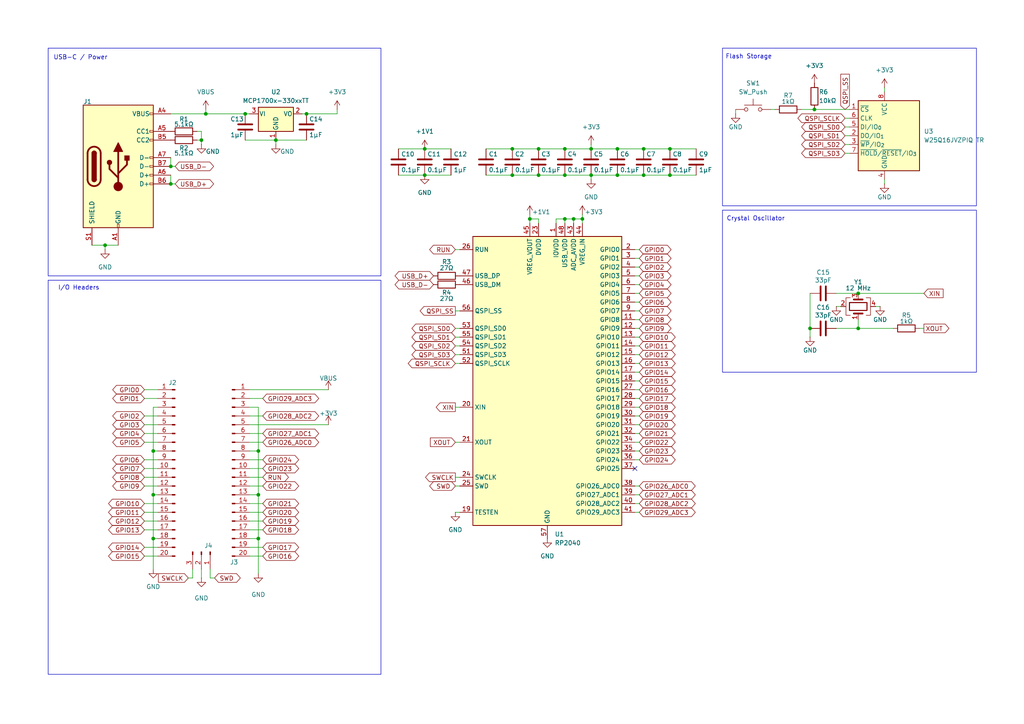
<source format=kicad_sch>
(kicad_sch (version 20250114) (generator "eeschema") (generator_version "9.0")
  (paper "A4")
  (lib_symbols
    (symbol "Connector:Conn_01x03_Pin" (pin_names (offset 1.016) (hide yes))
      (property "Reference" "J" (at 0 5.08 0))
      (property "Value" "Conn_01x03_Pin" (at 0 -5.08 0))
      (symbol "Conn_01x03_Pin_1_1"
        (pin passive line (at 5.08 2.54 180) (length 3.81) (name "Pin_1") (number "1"))
        (pin passive line (at 5.08 0 180) (length 3.81) (name "Pin_2") (number "2"))
        (pin passive line (at 5.08 -2.54 180) (length 3.81) (name "Pin_3") (number "3"))
      )
    )
    (symbol "Connector:Conn_01x20_Pin" (pin_names (offset 1.016) (hide yes))
      (property "Reference" "J" (at 0 25.4 0))
      (property "Value" "Conn_01x20_Pin" (at 0 -27.94 0))
      (symbol "Conn_01x20_Pin_1_1"
        (pin passive line (at 5.08 22.86 180) (length 3.81) (name "Pin_1") (number "1"))
        (pin passive line (at 5.08 20.32 180) (length 3.81) (name "Pin_2") (number "2"))
        (pin passive line (at 5.08 17.78 180) (length 3.81) (name "Pin_3") (number "3"))
        (pin passive line (at 5.08 15.24 180) (length 3.81) (name "Pin_4") (number "4"))
        (pin passive line (at 5.08 12.7 180) (length 3.81) (name "Pin_5") (number "5"))
        (pin passive line (at 5.08 10.16 180) (length 3.81) (name "Pin_6") (number "6"))
        (pin passive line (at 5.08 7.62 180) (length 3.81) (name "Pin_7") (number "7"))
        (pin passive line (at 5.08 5.08 180) (length 3.81) (name "Pin_8") (number "8"))
        (pin passive line (at 5.08 2.54 180) (length 3.81) (name "Pin_9") (number "9"))
        (pin passive line (at 5.08 0 180) (length 3.81) (name "Pin_10") (number "10"))
        (pin passive line (at 5.08 -2.54 180) (length 3.81) (name "Pin_11") (number "11"))
        (pin passive line (at 5.08 -5.08 180) (length 3.81) (name "Pin_12") (number "12"))
        (pin passive line (at 5.08 -7.62 180) (length 3.81) (name "Pin_13") (number "13"))
        (pin passive line (at 5.08 -10.16 180) (length 3.81) (name "Pin_14") (number "14"))
        (pin passive line (at 5.08 -12.7 180) (length 3.81) (name "Pin_15") (number "15"))
        (pin passive line (at 5.08 -15.24 180) (length 3.81) (name "Pin_16") (number "16"))
        (pin passive line (at 5.08 -17.78 180) (length 3.81) (name "Pin_17") (number "17"))
        (pin passive line (at 5.08 -20.32 180) (length 3.81) (name "Pin_18") (number "18"))
        (pin passive line (at 5.08 -22.86 180) (length 3.81) (name "Pin_19") (number "19"))
        (pin passive line (at 5.08 -25.4 180) (length 3.81) (name "Pin_20") (number "20"))
      )
    )
    (symbol "Connector:USB_C_Receptacle_USB2.0_14P" (pin_names (offset 1.016))
      (property "Reference" "J" (at 0 22.225 0))
      (property "Value" "USB_C_Receptacle_USB2.0_14P" (at 0 19.685 0))
      (symbol "USB_C_Receptacle_USB2.0_14P_1_1"
        (pin passive line (at -7.62 -22.86 90) (length 5.08) (name "SHIELD") (number "S1"))
        (pin passive line (at 0 -22.86 90) (length 5.08) (name "GND") (number "A1"))
        (pin passive line (at 0 -22.86 90) (length 5.08) (hide yes) (name "GND") (number "A12"))
        (pin passive line (at 0 -22.86 90) (length 5.08) (hide yes) (name "GND") (number "B1"))
        (pin passive line (at 0 -22.86 90) (length 5.08) (hide yes) (name "GND") (number "B12"))
        (pin passive line (at 15.24 15.24 180) (length 5.08) (name "VBUS") (number "A4"))
        (pin passive line (at 15.24 15.24 180) (length 5.08) (hide yes) (name "VBUS") (number "A9"))
        (pin passive line (at 15.24 15.24 180) (length 5.08) (hide yes) (name "VBUS") (number "B4"))
        (pin passive line (at 15.24 15.24 180) (length 5.08) (hide yes) (name "VBUS") (number "B9"))
        (pin bidirectional line (at 15.24 10.16 180) (length 5.08) (name "CC1") (number "A5"))
        (pin bidirectional line (at 15.24 7.62 180) (length 5.08) (name "CC2") (number "B5"))
        (pin bidirectional line (at 15.24 2.54 180) (length 5.08) (name "D-") (number "A7"))
        (pin bidirectional line (at 15.24 0 180) (length 5.08) (name "D-") (number "B7"))
        (pin bidirectional line (at 15.24 -2.54 180) (length 5.08) (name "D+") (number "A6"))
        (pin bidirectional line (at 15.24 -5.08 180) (length 5.08) (name "D+") (number "B6"))
      )
    )
    (symbol "Device:C" (pin_numbers (hide yes)) (pin_names (offset 0.254))
      (property "Reference" "C" (at 0.635 2.54 0))
      (property "Value" "C" (at 0.635 -2.54 0))
      (symbol "C_1_1"
        (pin passive line (at 0 3.81 270) (length 2.794) (name "~") (number "1"))
        (pin passive line (at 0 -3.81 90) (length 2.794) (name "~") (number "2"))
      )
    )
    (symbol "Device:Crystal_GND24" (pin_names (offset 1.016) (hide yes))
      (property "Reference" "Y" (at 3.175 5.08 0))
      (property "Value" "Crystal_GND24" (at 3.175 3.175 0))
      (symbol "Crystal_GND24_1_1"
        (pin passive line (at -3.81 0 0) (length 1.27) (name "1") (number "1"))
        (pin passive line (at 0 5.08 270) (length 1.27) (name "2") (number "2"))
        (pin passive line (at 0 -5.08 90) (length 1.27) (name "4") (number "4"))
        (pin passive line (at 3.81 0 180) (length 1.27) (name "3") (number "3"))
      )
    )
    (symbol "Device:R" (pin_numbers (hide yes)) (pin_names (offset 0))
      (property "Reference" "R" (at 2.032 0 90))
      (property "Value" "R" (at 0 0 90))
      (symbol "R_1_1"
        (pin passive line (at 0 3.81 270) (length 1.27) (name "~") (number "1"))
        (pin passive line (at 0 -3.81 90) (length 1.27) (name "~") (number "2"))
      )
    )
    (symbol "MCU_RaspberryPi:RP2040"
      (property "Reference" "U" (at 17.78 45.72 0))
      (property "Value" "RP2040" (at 17.78 43.18 0))
      (symbol "RP2040_1_1"
        (pin input line (at -25.4 38.1 0) (length 3.81) (name "RUN") (number "26"))
        (pin bidirectional line (at -25.4 30.48 0) (length 3.81) (name "USB_DP") (number "47"))
        (pin bidirectional line (at -25.4 27.94 0) (length 3.81) (name "USB_DM") (number "46"))
        (pin bidirectional line (at -25.4 20.32 0) (length 3.81) (name "QSPI_SS") (number "56"))
        (pin bidirectional line (at -25.4 15.24 0) (length 3.81) (name "QSPI_SD0") (number "53"))
        (pin bidirectional line (at -25.4 12.7 0) (length 3.81) (name "QSPI_SD1") (number "55"))
        (pin bidirectional line (at -25.4 10.16 0) (length 3.81) (name "QSPI_SD2") (number "54"))
        (pin bidirectional line (at -25.4 7.62 0) (length 3.81) (name "QSPI_SD3") (number "51"))
        (pin output line (at -25.4 5.08 0) (length 3.81) (name "QSPI_SCLK") (number "52"))
        (pin input line (at -25.4 -7.62 0) (length 3.81) (name "XIN") (number "20"))
        (pin passive line (at -25.4 -17.78 0) (length 3.81) (name "XOUT") (number "21"))
        (pin input line (at -25.4 -27.94 0) (length 3.81) (name "SWCLK") (number "24"))
        (pin bidirectional line (at -25.4 -30.48 0) (length 3.81) (name "SWD") (number "25"))
        (pin input line (at -25.4 -38.1 0) (length 3.81) (name "TESTEN") (number "19"))
        (pin power_out line (at -5.08 45.72 270) (length 3.81) (name "VREG_VOUT") (number "45"))
        (pin power_in line (at -2.54 45.72 270) (length 3.81) (name "DVDD") (number "23"))
        (pin passive line (at -2.54 45.72 270) (length 3.81) (hide yes) (name "DVDD") (number "50"))
        (pin power_in line (at 0 -45.72 90) (length 3.81) (name "GND") (number "57"))
        (pin power_in line (at 2.54 45.72 270) (length 3.81) (name "IOVDD") (number "1"))
        (pin passive line (at 2.54 45.72 270) (length 3.81) (hide yes) (name "IOVDD") (number "10"))
        (pin passive line (at 2.54 45.72 270) (length 3.81) (hide yes) (name "IOVDD") (number "22"))
        (pin passive line (at 2.54 45.72 270) (length 3.81) (hide yes) (name "IOVDD") (number "33"))
        (pin passive line (at 2.54 45.72 270) (length 3.81) (hide yes) (name "IOVDD") (number "42"))
        (pin passive line (at 2.54 45.72 270) (length 3.81) (hide yes) (name "IOVDD") (number "49"))
        (pin power_in line (at 5.08 45.72 270) (length 3.81) (name "USB_VDD") (number "48"))
        (pin power_in line (at 7.62 45.72 270) (length 3.81) (name "ADC_AVDD") (number "43"))
        (pin power_in line (at 10.16 45.72 270) (length 3.81) (name "VREG_IN") (number "44"))
        (pin bidirectional line (at 25.4 38.1 180) (length 3.81) (name "GPIO0") (number "2"))
        (pin bidirectional line (at 25.4 35.56 180) (length 3.81) (name "GPIO1") (number "3"))
        (pin bidirectional line (at 25.4 33.02 180) (length 3.81) (name "GPIO2") (number "4"))
        (pin bidirectional line (at 25.4 30.48 180) (length 3.81) (name "GPIO3") (number "5"))
        (pin bidirectional line (at 25.4 27.94 180) (length 3.81) (name "GPIO4") (number "6"))
        (pin bidirectional line (at 25.4 25.4 180) (length 3.81) (name "GPIO5") (number "7"))
        (pin bidirectional line (at 25.4 22.86 180) (length 3.81) (name "GPIO6") (number "8"))
        (pin bidirectional line (at 25.4 20.32 180) (length 3.81) (name "GPIO7") (number "9"))
        (pin bidirectional line (at 25.4 17.78 180) (length 3.81) (name "GPIO8") (number "11"))
        (pin bidirectional line (at 25.4 15.24 180) (length 3.81) (name "GPIO9") (number "12"))
        (pin bidirectional line (at 25.4 12.7 180) (length 3.81) (name "GPIO10") (number "13"))
        (pin bidirectional line (at 25.4 10.16 180) (length 3.81) (name "GPIO11") (number "14"))
        (pin bidirectional line (at 25.4 7.62 180) (length 3.81) (name "GPIO12") (number "15"))
        (pin bidirectional line (at 25.4 5.08 180) (length 3.81) (name "GPIO13") (number "16"))
        (pin bidirectional line (at 25.4 2.54 180) (length 3.81) (name "GPIO14") (number "17"))
        (pin bidirectional line (at 25.4 0 180) (length 3.81) (name "GPIO15") (number "18"))
        (pin bidirectional line (at 25.4 -2.54 180) (length 3.81) (name "GPIO16") (number "27"))
        (pin bidirectional line (at 25.4 -5.08 180) (length 3.81) (name "GPIO17") (number "28"))
        (pin bidirectional line (at 25.4 -7.62 180) (length 3.81) (name "GPIO18") (number "29"))
        (pin bidirectional line (at 25.4 -10.16 180) (length 3.81) (name "GPIO19") (number "30"))
        (pin bidirectional line (at 25.4 -12.7 180) (length 3.81) (name "GPIO20") (number "31"))
        (pin bidirectional line (at 25.4 -15.24 180) (length 3.81) (name "GPIO21") (number "32"))
        (pin bidirectional line (at 25.4 -17.78 180) (length 3.81) (name "GPIO22") (number "34"))
        (pin bidirectional line (at 25.4 -20.32 180) (length 3.81) (name "GPIO23") (number "35"))
        (pin bidirectional line (at 25.4 -22.86 180) (length 3.81) (name "GPIO24") (number "36"))
        (pin bidirectional line (at 25.4 -25.4 180) (length 3.81) (name "GPIO25") (number "37"))
        (pin bidirectional line (at 25.4 -30.48 180) (length 3.81) (name "GPIO26_ADC0") (number "38"))
        (pin bidirectional line (at 25.4 -33.02 180) (length 3.81) (name "GPIO27_ADC1") (number "39"))
        (pin bidirectional line (at 25.4 -35.56 180) (length 3.81) (name "GPIO28_ADC2") (number "40"))
        (pin bidirectional line (at 25.4 -38.1 180) (length 3.81) (name "GPIO29_ADC3") (number "41"))
      )
    )
    (symbol "Memory_Flash:W25Q128JVS"
      (property "Reference" "U" (at -6.35 11.43 0))
      (property "Value" "W25Q128JVS" (at 7.62 11.43 0))
      (symbol "W25Q128JVS_1_1"
        (pin input line (at -10.16 7.62 0) (length 2.54) (name "~{CS}") (number "1"))
        (pin input line (at -10.16 5.08 0) (length 2.54) (name "CLK") (number "6"))
        (pin bidirectional line (at -10.16 2.54 0) (length 2.54) (name "DI/IO_{0}") (number "5"))
        (pin bidirectional line (at -10.16 0 0) (length 2.54) (name "DO/IO_{1}") (number "2"))
        (pin bidirectional line (at -10.16 -2.54 0) (length 2.54) (name "~{WP}/IO_{2}") (number "3"))
        (pin bidirectional line (at -10.16 -5.08 0) (length 2.54) (name "~{HOLD}/~{RESET}/IO_{3}") (number "7"))
        (pin power_in line (at 0 12.7 270) (length 2.54) (name "VCC") (number "8"))
        (pin power_in line (at 0 -12.7 90) (length 2.54) (name "GND") (number "4"))
      )
    )
    (symbol "Regulator_Linear:MCP1700x-330xxTT" (pin_names (offset 0.254))
      (property "Reference" "U" (at -3.81 3.175 0))
      (property "Value" "MCP1700x-330xxTT" (at 0 3.175 0))
      (symbol "MCP1700x-330xxTT_1_1"
        (pin power_in line (at -7.62 0 0) (length 2.54) (name "VI") (number "3"))
        (pin power_in line (at 0 -7.62 90) (length 2.54) (name "GND") (number "1"))
        (pin power_out line (at 7.62 0 180) (length 2.54) (name "VO") (number "2"))
      )
    )
    (symbol "Switch:SW_Push" (pin_numbers (hide yes)) (pin_names (offset 1.016) (hide yes))
      (property "Reference" "SW" (at 1.27 2.54 0))
      (property "Value" "SW_Push" (at 0 -1.524 0))
      (symbol "SW_Push_0_1"
        (pin passive line (at -5.08 0 0) (length 2.54) (name "1") (number "1"))
        (pin passive line (at 5.08 0 180) (length 2.54) (name "2") (number "2"))
      )
    )
    (symbol "power:+1V1" (power) (pin_numbers (hide yes)) (pin_names (offset 0) (hide yes))
      (property "Value" "+1V1" (at 0 3.556 0))
      (symbol "+1V1_1_1"
        (pin power_in line (at 0 0 90) (length 0) (name "~") (number "1"))
      )
    )
    (symbol "power:+3V3" (power) (pin_numbers (hide yes)) (pin_names (offset 0) (hide yes))
      (property "Value" "+3V3" (at 0 3.556 0))
      (symbol "+3V3_1_1"
        (pin power_in line (at 0 0 90) (length 0) (name "~") (number "1"))
      )
    )
    (symbol "power:GND" (power) (pin_numbers (hide yes)) (pin_names (offset 0) (hide yes))
      (property "Value" "GND" (at 0 -3.81 0))
      (symbol "GND_1_1"
        (pin power_in line (at 0 0 270) (length 0) (name "~") (number "1"))
      )
    )
    (symbol "power:VBUS" (power) (pin_numbers (hide yes)) (pin_names (offset 0) (hide yes))
      (property "Value" "VBUS" (at 0 3.556 0))
      (symbol "VBUS_1_1"
        (pin power_in line (at 0 0 90) (length 0) (name "~") (number "1"))
      )
    )
  )
  (rectangle (start 13.97 13.97) (end 110.49 80.01))
  (rectangle (start 209.55 13.97) (end 283.21 59.69))
  (rectangle (start 13.97 81.28) (end 110.49 195.58))
  (rectangle (start 209.55 60.96) (end 283.21 107.95))
  (text "Flash Storage\n" (at 217.17 16.51 0) (effects (font (size 1.27 1.27))))
  (text "USB-C / Power\n" (at 23.368 16.764 0) (effects (font (size 1.27 1.27))))
  (text "Crystal Oscillator\n" (at 219.202 63.5 0) (effects (font (size 1.27 1.27))))
  (text "I/O Headers\n" (at 22.86 83.566 0) (effects (font (size 1.27 1.27))))
  (junction (at 74.93 156.21))
  (junction (at 163.83 63.5))
  (junction (at 171.45 43.18))
  (junction (at 248.92 95.25))
  (junction (at 44.45 130.81))
  (junction (at 179.07 43.18))
  (junction (at 234.95 95.25))
  (junction (at 123.19 50.8))
  (junction (at 153.67 63.5))
  (junction (at 88.9 33.02))
  (junction (at 163.83 43.18))
  (junction (at 248.92 85.09))
  (junction (at 186.69 43.18))
  (junction (at 30.48 71.12))
  (junction (at 168.91 63.5))
  (junction (at 156.21 50.8))
  (junction (at 148.59 43.18))
  (junction (at 179.07 50.8))
  (junction (at 74.93 130.81))
  (junction (at 171.45 50.8))
  (junction (at 71.12 33.02))
  (junction (at 59.69 33.02))
  (junction (at 44.45 156.21))
  (junction (at 74.93 143.51))
  (junction (at 236.22 31.75))
  (junction (at 44.45 143.51))
  (junction (at 194.31 43.18))
  (junction (at 49.53 53.34))
  (junction (at 148.59 50.8))
  (junction (at 123.19 43.18))
  (junction (at 186.69 50.8))
  (junction (at 49.53 48.26))
  (junction (at 166.37 63.5))
  (junction (at 194.31 50.8))
  (junction (at 163.83 50.8))
  (junction (at 58.42 40.64))
  (junction (at 156.21 43.18))
  (junction (at 80.01 40.64))
  (no_connect (at 184.15 135.89))
  (wire (pts (xy 76.2 158.75) (xy 72.39 158.75)))
  (wire (pts (xy 185.42 110.49) (xy 184.15 110.49)))
  (wire (pts (xy 49.53 45.72) (xy 49.53 48.26)))
  (wire (pts (xy 267.97 85.09) (xy 248.92 85.09)))
  (wire (pts (xy 161.29 63.5) (xy 161.29 64.77)))
  (wire (pts (xy 194.31 43.18) (xy 201.93 43.18)))
  (wire (pts (xy 71.12 40.64) (xy 80.01 40.64)))
  (wire (pts (xy 76.2 153.67) (xy 72.39 153.67)))
  (wire (pts (xy 153.67 63.5) (xy 153.67 64.77)))
  (wire (pts (xy 171.45 43.18) (xy 179.07 43.18)))
  (wire (pts (xy 185.42 118.11) (xy 184.15 118.11)))
  (wire (pts (xy 185.42 90.17) (xy 184.15 90.17)))
  (wire (pts (xy 185.42 140.97) (xy 184.15 140.97)))
  (wire (pts (xy 115.57 50.8) (xy 123.19 50.8)))
  (wire (pts (xy 123.19 43.18) (xy 130.81 43.18)))
  (wire (pts (xy 132.08 72.39) (xy 133.35 72.39)))
  (wire (pts (xy 80.01 41.91) (xy 80.01 40.64)))
  (wire (pts (xy 171.45 52.07) (xy 171.45 50.8)))
  (wire (pts (xy 74.93 143.51) (xy 74.93 156.21)))
  (wire (pts (xy 44.45 143.51) (xy 44.45 156.21)))
  (wire (pts (xy 132.08 148.59) (xy 133.35 148.59)))
  (wire (pts (xy 41.91 113.03) (xy 45.72 113.03)))
  (wire (pts (xy 153.67 62.23) (xy 153.67 63.5)))
  (wire (pts (xy 74.93 130.81) (xy 72.39 130.81)))
  (wire (pts (xy 185.42 77.47) (xy 184.15 77.47)))
  (wire (pts (xy 59.69 33.02) (xy 49.53 33.02)))
  (wire (pts (xy 185.42 82.55) (xy 184.15 82.55)))
  (wire (pts (xy 55.88 167.64) (xy 54.61 167.64)))
  (wire (pts (xy 185.42 130.81) (xy 184.15 130.81)))
  (wire (pts (xy 97.79 31.75) (xy 97.79 33.02)))
  (wire (pts (xy 30.48 71.12) (xy 34.29 71.12)))
  (wire (pts (xy 148.59 43.18) (xy 156.21 43.18)))
  (wire (pts (xy 185.42 105.41) (xy 184.15 105.41)))
  (wire (pts (xy 185.42 146.05) (xy 184.15 146.05)))
  (wire (pts (xy 185.42 113.03) (xy 184.15 113.03)))
  (wire (pts (xy 76.2 151.13) (xy 72.39 151.13)))
  (wire (pts (xy 41.91 135.89) (xy 45.72 135.89)))
  (wire (pts (xy 55.88 165.1) (xy 55.88 167.64)))
  (wire (pts (xy 234.95 95.25) (xy 234.95 97.79)))
  (wire (pts (xy 156.21 50.8) (xy 163.83 50.8)))
  (wire (pts (xy 76.2 128.27) (xy 72.39 128.27)))
  (wire (pts (xy 41.91 128.27) (xy 45.72 128.27)))
  (wire (pts (xy 163.83 50.8) (xy 171.45 50.8)))
  (wire (pts (xy 88.9 33.02) (xy 97.79 33.02)))
  (wire (pts (xy 76.2 161.29) (xy 72.39 161.29)))
  (wire (pts (xy 132.08 138.43) (xy 133.35 138.43)))
  (wire (pts (xy 185.42 102.87) (xy 184.15 102.87)))
  (wire (pts (xy 267.97 95.25) (xy 266.7 95.25)))
  (wire (pts (xy 185.42 95.25) (xy 184.15 95.25)))
  (wire (pts (xy 185.42 128.27) (xy 184.15 128.27)))
  (wire (pts (xy 245.11 34.29) (xy 246.38 34.29)))
  (wire (pts (xy 166.37 63.5) (xy 166.37 64.77)))
  (wire (pts (xy 168.91 62.23) (xy 168.91 63.5)))
  (wire (pts (xy 72.39 156.21) (xy 74.93 156.21)))
  (wire (pts (xy 245.11 36.83) (xy 246.38 36.83)))
  (wire (pts (xy 185.42 133.35) (xy 184.15 133.35)))
  (wire (pts (xy 132.08 102.87) (xy 133.35 102.87)))
  (wire (pts (xy 140.97 50.8) (xy 148.59 50.8)))
  (wire (pts (xy 248.92 95.25) (xy 248.92 92.71)))
  (wire (pts (xy 30.48 72.39) (xy 30.48 71.12)))
  (wire (pts (xy 41.91 140.97) (xy 45.72 140.97)))
  (wire (pts (xy 223.52 31.75) (xy 224.79 31.75)))
  (wire (pts (xy 148.59 50.8) (xy 156.21 50.8)))
  (wire (pts (xy 153.67 63.5) (xy 156.21 63.5)))
  (wire (pts (xy 41.91 120.65) (xy 45.72 120.65)))
  (wire (pts (xy 76.2 140.97) (xy 72.39 140.97)))
  (wire (pts (xy 76.2 135.89) (xy 72.39 135.89)))
  (wire (pts (xy 132.08 105.41) (xy 133.35 105.41)))
  (wire (pts (xy 163.83 63.5) (xy 166.37 63.5)))
  (wire (pts (xy 185.42 87.63) (xy 184.15 87.63)))
  (wire (pts (xy 76.2 146.05) (xy 72.39 146.05)))
  (wire (pts (xy 76.2 120.65) (xy 72.39 120.65)))
  (wire (pts (xy 256.54 53.34) (xy 256.54 52.07)))
  (wire (pts (xy 132.08 97.79) (xy 133.35 97.79)))
  (wire (pts (xy 185.42 74.93) (xy 184.15 74.93)))
  (wire (pts (xy 60.96 167.64) (xy 62.23 167.64)))
  (wire (pts (xy 49.53 53.34) (xy 50.8 53.34)))
  (wire (pts (xy 132.08 118.11) (xy 133.35 118.11)))
  (wire (pts (xy 132.08 100.33) (xy 133.35 100.33)))
  (wire (pts (xy 60.96 165.1) (xy 60.96 167.64)))
  (wire (pts (xy 245.11 39.37) (xy 246.38 39.37)))
  (wire (pts (xy 44.45 165.1) (xy 44.45 156.21)))
  (wire (pts (xy 255.27 88.9) (xy 254 88.9)))
  (wire (pts (xy 185.42 148.59) (xy 184.15 148.59)))
  (wire (pts (xy 171.45 50.8) (xy 179.07 50.8)))
  (wire (pts (xy 186.69 50.8) (xy 194.31 50.8)))
  (wire (pts (xy 80.01 40.64) (xy 88.9 40.64)))
  (wire (pts (xy 213.36 33.02) (xy 213.36 31.75)))
  (wire (pts (xy 242.57 85.09) (xy 248.92 85.09)))
  (wire (pts (xy 185.42 92.71) (xy 184.15 92.71)))
  (wire (pts (xy 41.91 146.05) (xy 45.72 146.05)))
  (wire (pts (xy 115.57 43.18) (xy 123.19 43.18)))
  (wire (pts (xy 242.57 95.25) (xy 248.92 95.25)))
  (wire (pts (xy 186.69 43.18) (xy 194.31 43.18)))
  (wire (pts (xy 245.11 41.91) (xy 246.38 41.91)))
  (wire (pts (xy 123.19 50.8) (xy 130.81 50.8)))
  (wire (pts (xy 259.08 95.25) (xy 248.92 95.25)))
  (wire (pts (xy 58.42 41.91) (xy 58.42 40.64)))
  (wire (pts (xy 256.54 25.4) (xy 256.54 26.67)))
  (wire (pts (xy 45.72 156.21) (xy 44.45 156.21)))
  (wire (pts (xy 41.91 161.29) (xy 45.72 161.29)))
  (wire (pts (xy 72.39 118.11) (xy 74.93 118.11)))
  (wire (pts (xy 185.42 143.51) (xy 184.15 143.51)))
  (wire (pts (xy 156.21 43.18) (xy 163.83 43.18)))
  (wire (pts (xy 41.91 151.13) (xy 45.72 151.13)))
  (wire (pts (xy 132.08 90.17) (xy 133.35 90.17)))
  (wire (pts (xy 185.42 72.39) (xy 184.15 72.39)))
  (wire (pts (xy 185.42 100.33) (xy 184.15 100.33)))
  (wire (pts (xy 58.42 165.1) (xy 58.42 167.64)))
  (wire (pts (xy 58.42 40.64) (xy 57.15 40.64)))
  (wire (pts (xy 88.9 33.02) (xy 87.63 33.02)))
  (wire (pts (xy 45.72 143.51) (xy 44.45 143.51)))
  (wire (pts (xy 41.91 148.59) (xy 45.72 148.59)))
  (wire (pts (xy 185.42 80.01) (xy 184.15 80.01)))
  (wire (pts (xy 76.2 148.59) (xy 72.39 148.59)))
  (wire (pts (xy 168.91 63.5) (xy 166.37 63.5)))
  (wire (pts (xy 41.91 123.19) (xy 45.72 123.19)))
  (wire (pts (xy 171.45 41.91) (xy 171.45 43.18)))
  (wire (pts (xy 74.93 156.21) (xy 74.93 166.37)))
  (wire (pts (xy 185.42 123.19) (xy 184.15 123.19)))
  (wire (pts (xy 26.67 71.12) (xy 30.48 71.12)))
  (wire (pts (xy 185.42 115.57) (xy 184.15 115.57)))
  (wire (pts (xy 41.91 115.57) (xy 45.72 115.57)))
  (wire (pts (xy 185.42 125.73) (xy 184.15 125.73)))
  (wire (pts (xy 58.42 38.1) (xy 57.15 38.1)))
  (wire (pts (xy 245.11 44.45) (xy 246.38 44.45)))
  (wire (pts (xy 168.91 63.5) (xy 168.91 64.77)))
  (wire (pts (xy 185.42 107.95) (xy 184.15 107.95)))
  (wire (pts (xy 156.21 63.5) (xy 156.21 64.77)))
  (wire (pts (xy 44.45 130.81) (xy 45.72 130.81)))
  (wire (pts (xy 140.97 43.18) (xy 148.59 43.18)))
  (wire (pts (xy 49.53 48.26) (xy 50.8 48.26)))
  (wire (pts (xy 45.72 118.11) (xy 44.45 118.11)))
  (wire (pts (xy 72.39 143.51) (xy 74.93 143.51)))
  (wire (pts (xy 132.08 140.97) (xy 133.35 140.97)))
  (wire (pts (xy 76.2 138.43) (xy 72.39 138.43)))
  (wire (pts (xy 132.08 128.27) (xy 133.35 128.27)))
  (wire (pts (xy 72.39 33.02) (xy 71.12 33.02)))
  (wire (pts (xy 49.53 50.8) (xy 49.53 53.34)))
  (wire (pts (xy 41.91 153.67) (xy 45.72 153.67)))
  (wire (pts (xy 76.2 133.35) (xy 72.39 133.35)))
  (wire (pts (xy 74.93 130.81) (xy 74.93 143.51)))
  (wire (pts (xy 76.2 125.73) (xy 72.39 125.73)))
  (wire (pts (xy 44.45 118.11) (xy 44.45 130.81)))
  (wire (pts (xy 41.91 158.75) (xy 45.72 158.75)))
  (wire (pts (xy 242.57 88.9) (xy 243.84 88.9)))
  (wire (pts (xy 44.45 143.51) (xy 44.45 130.81)))
  (wire (pts (xy 72.39 113.03) (xy 95.25 113.03)))
  (wire (pts (xy 41.91 138.43) (xy 45.72 138.43)))
  (wire (pts (xy 161.29 63.5) (xy 163.83 63.5)))
  (wire (pts (xy 41.91 125.73) (xy 45.72 125.73)))
  (wire (pts (xy 185.42 85.09) (xy 184.15 85.09)))
  (wire (pts (xy 59.69 33.02) (xy 71.12 33.02)))
  (wire (pts (xy 185.42 120.65) (xy 184.15 120.65)))
  (wire (pts (xy 163.83 63.5) (xy 163.83 64.77)))
  (wire (pts (xy 76.2 115.57) (xy 72.39 115.57)))
  (wire (pts (xy 59.69 31.75) (xy 59.69 33.02)))
  (wire (pts (xy 232.41 31.75) (xy 236.22 31.75)))
  (wire (pts (xy 163.83 43.18) (xy 171.45 43.18)))
  (wire (pts (xy 41.91 133.35) (xy 45.72 133.35)))
  (wire (pts (xy 95.25 123.19) (xy 72.39 123.19)))
  (wire (pts (xy 194.31 50.8) (xy 201.93 50.8)))
  (wire (pts (xy 234.95 85.09) (xy 234.95 95.25)))
  (wire (pts (xy 132.08 95.25) (xy 133.35 95.25)))
  (wire (pts (xy 179.07 43.18) (xy 186.69 43.18)))
  (wire (pts (xy 179.07 50.8) (xy 186.69 50.8)))
  (wire (pts (xy 185.42 97.79) (xy 184.15 97.79)))
  (wire (pts (xy 236.22 31.75) (xy 246.38 31.75)))
  (wire (pts (xy 58.42 38.1) (xy 58.42 40.64)))
  (wire (pts (xy 74.93 118.11) (xy 74.93 130.81)))
  (global_label "GPIO6" (shape bidirectional) (at 185.42 87.63 0) (property "Intersheetrefs" "${INTERSHEET_REFS}" (effects (hide yes))))
  (global_label "GPIO10" (shape bidirectional) (at 41.91 146.05 180) (property "Intersheetrefs" "${INTERSHEET_REFS}" (effects (hide yes))))
  (global_label "GPIO2" (shape bidirectional) (at 185.42 77.47 0) (property "Intersheetrefs" "${INTERSHEET_REFS}" (effects (hide yes))))
  (global_label "GPIO0" (shape bidirectional) (at 185.42 72.39 0) (property "Intersheetrefs" "${INTERSHEET_REFS}" (effects (hide yes))))
  (global_label "GPIO7" (shape bidirectional) (at 41.91 135.89 180) (property "Intersheetrefs" "${INTERSHEET_REFS}" (effects (hide yes))))
  (global_label "GPIO22" (shape bidirectional) (at 76.2 140.97 0) (property "Intersheetrefs" "${INTERSHEET_REFS}" (effects (hide yes))))
  (global_label "GPIO27_ADC1" (shape bidirectional) (at 185.42 143.51 0) (property "Intersheetrefs" "${INTERSHEET_REFS}" (effects (hide yes))))
  (global_label "RUN" (shape bidirectional) (at 132.08 72.39 180) (property "Intersheetrefs" "${INTERSHEET_REFS}" (effects (hide yes))))
  (global_label "GPIO26_ADC0" (shape bidirectional) (at 185.42 140.97 0) (property "Intersheetrefs" "${INTERSHEET_REFS}" (effects (hide yes))))
  (global_label "QSPI_SD1" (shape bidirectional) (at 132.08 97.79 180) (property "Intersheetrefs" "${INTERSHEET_REFS}" (effects (hide yes))))
  (global_label "GPIO17" (shape bidirectional) (at 76.2 158.75 0) (property "Intersheetrefs" "${INTERSHEET_REFS}" (effects (hide yes))))
  (global_label "USB_D-" (shape bidirectional) (at 125.73 82.55 180) (property "Intersheetrefs" "${INTERSHEET_REFS}" (effects (hide yes))))
  (global_label "SWD" (shape bidirectional) (at 62.23 167.64 0) (property "Intersheetrefs" "${INTERSHEET_REFS}" (effects (hide yes))))
  (global_label "GPIO8" (shape bidirectional) (at 185.42 92.71 0) (property "Intersheetrefs" "${INTERSHEET_REFS}" (effects (hide yes))))
  (global_label "USB_D+" (shape bidirectional) (at 50.8 53.34 0) (property "Intersheetrefs" "${INTERSHEET_REFS}" (effects (hide yes))))
  (global_label "GPIO15" (shape bidirectional) (at 185.42 110.49 0) (property "Intersheetrefs" "${INTERSHEET_REFS}" (effects (hide yes))))
  (global_label "GPIO17" (shape bidirectional) (at 185.42 115.57 0) (property "Intersheetrefs" "${INTERSHEET_REFS}" (effects (hide yes))))
  (global_label "GPIO7" (shape bidirectional) (at 185.42 90.17 0) (property "Intersheetrefs" "${INTERSHEET_REFS}" (effects (hide yes))))
  (global_label "USB_D+" (shape bidirectional) (at 125.73 80.01 180) (property "Intersheetrefs" "${INTERSHEET_REFS}" (effects (hide yes))))
  (global_label "GPIO21" (shape bidirectional) (at 76.2 146.05 0) (property "Intersheetrefs" "${INTERSHEET_REFS}" (effects (hide yes))))
  (global_label "GPIO3" (shape bidirectional) (at 41.91 123.19 180) (property "Intersheetrefs" "${INTERSHEET_REFS}" (effects (hide yes))))
  (global_label "GPIO1" (shape bidirectional) (at 41.91 115.57 180) (property "Intersheetrefs" "${INTERSHEET_REFS}" (effects (hide yes))))
  (global_label "GPIO14" (shape bidirectional) (at 41.91 158.75 180) (property "Intersheetrefs" "${INTERSHEET_REFS}" (effects (hide yes))))
  (global_label "QSPI_SD0" (shape bidirectional) (at 132.08 95.25 180) (property "Intersheetrefs" "${INTERSHEET_REFS}" (effects (hide yes))))
  (global_label "GPIO29_ADC3" (shape bidirectional) (at 185.42 148.59 0) (property "Intersheetrefs" "${INTERSHEET_REFS}" (effects (hide yes))))
  (global_label "QSPI_SS" (shape output) (at 132.08 90.17 180) (property "Intersheetrefs" "${INTERSHEET_REFS}" (effects (hide yes))))
  (global_label "GPIO13" (shape bidirectional) (at 41.91 153.67 180) (property "Intersheetrefs" "${INTERSHEET_REFS}" (effects (hide yes))))
  (global_label "RUN" (shape bidirectional) (at 76.2 138.43 0) (property "Intersheetrefs" "${INTERSHEET_REFS}" (effects (hide yes))))
  (global_label "GPIO2" (shape bidirectional) (at 41.91 120.65 180) (property "Intersheetrefs" "${INTERSHEET_REFS}" (effects (hide yes))))
  (global_label "QSPI_SD3" (shape bidirectional) (at 132.08 102.87 180) (property "Intersheetrefs" "${INTERSHEET_REFS}" (effects (hide yes))))
  (global_label "GPIO3" (shape bidirectional) (at 185.42 80.01 0) (property "Intersheetrefs" "${INTERSHEET_REFS}" (effects (hide yes))))
  (global_label "GPIO28_ADC2" (shape bidirectional) (at 185.42 146.05 0) (property "Intersheetrefs" "${INTERSHEET_REFS}" (effects (hide yes))))
  (global_label "GPIO5" (shape bidirectional) (at 41.91 128.27 180) (property "Intersheetrefs" "${INTERSHEET_REFS}" (effects (hide yes))))
  (global_label "GPIO12" (shape bidirectional) (at 41.91 151.13 180) (property "Intersheetrefs" "${INTERSHEET_REFS}" (effects (hide yes))))
  (global_label "QSPI_SD1" (shape bidirectional) (at 245.11 39.37 180) (property "Intersheetrefs" "${INTERSHEET_REFS}" (effects (hide yes))))
  (global_label "GPIO29_ADC3" (shape bidirectional) (at 76.2 115.57 0) (property "Intersheetrefs" "${INTERSHEET_REFS}" (effects (hide yes))))
  (global_label "GPIO20" (shape bidirectional) (at 185.42 123.19 0) (property "Intersheetrefs" "${INTERSHEET_REFS}" (effects (hide yes))))
  (global_label "QSPI_SD2" (shape bidirectional) (at 132.08 100.33 180) (property "Intersheetrefs" "${INTERSHEET_REFS}" (effects (hide yes))))
  (global_label "GPIO18" (shape bidirectional) (at 185.42 118.11 0) (property "Intersheetrefs" "${INTERSHEET_REFS}" (effects (hide yes))))
  (global_label "GPIO10" (shape bidirectional) (at 185.42 97.79 0) (property "Intersheetrefs" "${INTERSHEET_REFS}" (effects (hide yes))))
  (global_label "QSPI_SD2" (shape bidirectional) (at 245.11 41.91 180) (property "Intersheetrefs" "${INTERSHEET_REFS}" (effects (hide yes))))
  (global_label "GPIO23" (shape bidirectional) (at 185.42 130.81 0) (property "Intersheetrefs" "${INTERSHEET_REFS}" (effects (hide yes))))
  (global_label "GPIO19" (shape bidirectional) (at 76.2 151.13 0) (property "Intersheetrefs" "${INTERSHEET_REFS}" (effects (hide yes))))
  (global_label "XIN" (shape input) (at 267.97 85.09 0) (property "Intersheetrefs" "${INTERSHEET_REFS}" (effects (hide yes))))
  (global_label "GPIO5" (shape bidirectional) (at 185.42 85.09 0) (property "Intersheetrefs" "${INTERSHEET_REFS}" (effects (hide yes))))
  (global_label "GPIO26_ADC0" (shape bidirectional) (at 76.2 128.27 0) (property "Intersheetrefs" "${INTERSHEET_REFS}" (effects (hide yes))))
  (global_label "GPIO28_ADC2" (shape bidirectional) (at 76.2 120.65 0) (property "Intersheetrefs" "${INTERSHEET_REFS}" (effects (hide yes))))
  (global_label "GPIO23" (shape bidirectional) (at 76.2 135.89 0) (property "Intersheetrefs" "${INTERSHEET_REFS}" (effects (hide yes))))
  (global_label "GPIO1" (shape bidirectional) (at 185.42 74.93 0) (property "Intersheetrefs" "${INTERSHEET_REFS}" (effects (hide yes))))
  (global_label "QSPI_SCLK" (shape bidirectional) (at 245.11 34.29 180) (property "Intersheetrefs" "${INTERSHEET_REFS}" (effects (hide yes))))
  (global_label "XIN" (shape output) (at 132.08 118.11 180) (property "Intersheetrefs" "${INTERSHEET_REFS}" (effects (hide yes))))
  (global_label "GPIO15" (shape bidirectional) (at 41.91 161.29 180) (property "Intersheetrefs" "${INTERSHEET_REFS}" (effects (hide yes))))
  (global_label "GPIO14" (shape bidirectional) (at 185.42 107.95 0) (property "Intersheetrefs" "${INTERSHEET_REFS}" (effects (hide yes))))
  (global_label "QSPI_SD0" (shape bidirectional) (at 245.11 36.83 180) (property "Intersheetrefs" "${INTERSHEET_REFS}" (effects (hide yes))))
  (global_label "QSPI_SS" (shape input) (at 245.11 31.75 90) (property "Intersheetrefs" "${INTERSHEET_REFS}" (effects (hide yes))))
  (global_label "XOUT" (shape output) (at 267.97 95.25 0) (property "Intersheetrefs" "${INTERSHEET_REFS}" (effects (hide yes))))
  (global_label "GPIO27_ADC1" (shape bidirectional) (at 76.2 125.73 0) (property "Intersheetrefs" "${INTERSHEET_REFS}" (effects (hide yes))))
  (global_label "SWD" (shape bidirectional) (at 132.08 140.97 180) (property "Intersheetrefs" "${INTERSHEET_REFS}" (effects (hide yes))))
  (global_label "GPIO19" (shape bidirectional) (at 185.42 120.65 0) (property "Intersheetrefs" "${INTERSHEET_REFS}" (effects (hide yes))))
  (global_label "XOUT" (shape input) (at 132.08 128.27 180) (property "Intersheetrefs" "${INTERSHEET_REFS}" (effects (hide yes))))
  (global_label "GPIO22" (shape bidirectional) (at 185.42 128.27 0) (property "Intersheetrefs" "${INTERSHEET_REFS}" (effects (hide yes))))
  (global_label "QSPI_SCLK" (shape bidirectional) (at 132.08 105.41 180) (property "Intersheetrefs" "${INTERSHEET_REFS}" (effects (hide yes))))
  (global_label "GPIO13" (shape bidirectional) (at 185.42 105.41 0) (property "Intersheetrefs" "${INTERSHEET_REFS}" (effects (hide yes))))
  (global_label "SWCLK" (shape output) (at 132.08 138.43 180) (property "Intersheetrefs" "${INTERSHEET_REFS}" (effects (hide yes))))
  (global_label "GPIO20" (shape bidirectional) (at 76.2 148.59 0) (property "Intersheetrefs" "${INTERSHEET_REFS}" (effects (hide yes))))
  (global_label "GPIO16" (shape bidirectional) (at 76.2 161.29 0) (property "Intersheetrefs" "${INTERSHEET_REFS}" (effects (hide yes))))
  (global_label "GPIO8" (shape bidirectional) (at 41.91 138.43 180) (property "Intersheetrefs" "${INTERSHEET_REFS}" (effects (hide yes))))
  (global_label "GPIO9" (shape bidirectional) (at 41.91 140.97 180) (property "Intersheetrefs" "${INTERSHEET_REFS}" (effects (hide yes))))
  (global_label "GPIO11" (shape bidirectional) (at 41.91 148.59 180) (property "Intersheetrefs" "${INTERSHEET_REFS}" (effects (hide yes))))
  (global_label "GPIO4" (shape bidirectional) (at 185.42 82.55 0) (property "Intersheetrefs" "${INTERSHEET_REFS}" (effects (hide yes))))
  (global_label "GPIO21" (shape bidirectional) (at 185.42 125.73 0) (property "Intersheetrefs" "${INTERSHEET_REFS}" (effects (hide yes))))
  (global_label "GPIO9" (shape bidirectional) (at 185.42 95.25 0) (property "Intersheetrefs" "${INTERSHEET_REFS}" (effects (hide yes))))
  (global_label "QSPI_SD3" (shape bidirectional) (at 245.11 44.45 180) (property "Intersheetrefs" "${INTERSHEET_REFS}" (effects (hide yes))))
  (global_label "GPIO24" (shape bidirectional) (at 76.2 133.35 0) (property "Intersheetrefs" "${INTERSHEET_REFS}" (effects (hide yes))))
  (global_label "USB_D-" (shape bidirectional) (at 50.8 48.26 0) (property "Intersheetrefs" "${INTERSHEET_REFS}" (effects (hide yes))))
  (global_label "GPIO0" (shape bidirectional) (at 41.91 113.03 180) (property "Intersheetrefs" "${INTERSHEET_REFS}" (effects (hide yes))))
  (global_label "GPIO11" (shape bidirectional) (at 185.42 100.33 0) (property "Intersheetrefs" "${INTERSHEET_REFS}" (effects (hide yes))))
  (global_label "GPIO6" (shape bidirectional) (at 41.91 133.35 180) (property "Intersheetrefs" "${INTERSHEET_REFS}" (effects (hide yes))))
  (global_label "GPIO16" (shape bidirectional) (at 185.42 113.03 0) (property "Intersheetrefs" "${INTERSHEET_REFS}" (effects (hide yes))))
  (global_label "GPIO4" (shape bidirectional) (at 41.91 125.73 180) (property "Intersheetrefs" "${INTERSHEET_REFS}" (effects (hide yes))))
  (global_label "GPIO18" (shape bidirectional) (at 76.2 153.67 0) (property "Intersheetrefs" "${INTERSHEET_REFS}" (effects (hide yes))))
  (global_label "GPIO24" (shape bidirectional) (at 185.42 133.35 0) (property "Intersheetrefs" "${INTERSHEET_REFS}" (effects (hide yes))))
  (global_label "SWCLK" (shape input) (at 54.61 167.64 180) (property "Intersheetrefs" "${INTERSHEET_REFS}" (effects (hide yes))))
  (global_label "GPIO12" (shape bidirectional) (at 185.42 102.87 0) (property "Intersheetrefs" "${INTERSHEET_REFS}" (effects (hide yes))))
  (symbol (lib_id "power:GND") (at 30.48 72.39 0) (unit 1)
    (property "Reference" "#PWR08" (effects (hide yes)))
    (property "Value" "GND" (at 30.48 77.47 0))
    (property "Description" "Power symbol creates a global label with name \"GND\" , ground" (effects (hide yes)))
  )
  (symbol (lib_id "Device:C") (at 194.31 46.99 0) (unit 1)
    (property "Reference" "C8" (at 195.072 44.704 0) (effects (justify left)))
    (property "Value" "0.1µF" (at 195.072 49.276 0) (effects (justify left)))
    (property "Footprint" "Capacitor_SMD:C_0402_1005Metric" (effects (hide yes)))
    (property "Description" "Unpolarized capacitor" (effects (hide yes)))
  )
  (symbol (lib_id "Device:C") (at 201.93 46.99 0) (unit 1)
    (property "Reference" "C9" (at 202.692 44.704 0) (effects (justify left)))
    (property "Value" "1µF" (at 202.692 49.276 0) (effects (justify left)))
    (property "Footprint" "Capacitor_SMD:C_0402_1005Metric" (effects (hide yes)))
    (property "Description" "Unpolarized capacitor" (effects (hide yes)))
  )
  (symbol (lib_id "power:GND") (at 255.27 88.9 0) (unit 1)
    (property "Reference" "#PWR014" (effects (hide yes)))
    (property "Value" "GND" (at 255.27 92.71 0))
    (property "Description" "Power symbol creates a global label with name \"GND\" , ground" (effects (hide yes)))
  )
  (symbol (lib_id "Device:C") (at 71.12 36.83 0) (unit 1)
    (property "Reference" "C13" (at 66.802 34.544 0) (effects (justify left)))
    (property "Value" "1µF" (at 66.802 39.116 0) (effects (justify left)))
    (property "Footprint" "Capacitor_SMD:C_0402_1005Metric" (effects (hide yes)))
    (property "Description" "Unpolarized capacitor" (effects (hide yes)))
  )
  (symbol (lib_id "Connector:USB_C_Receptacle_USB2.0_14P") (at 34.29 48.26 0) (unit 1)
    (property "Reference" "J1" (at 25.4 29.464 0))
    (property "Value" "USB_C_Receptacle_USB2.0_14P" (effects (hide yes)))
    (property "Footprint" "Connector_USB:USB_C_Receptacle_HRO_TYPE-C-31-M-12" (effects (hide yes)))
    (property "Datasheet" "https://www.usb.org/sites/default/files/documents/usb_type-c.zip" (effects (hide yes)))
    (property "Description" "USB 2.0-only 14P Type-C Receptacle connector" (effects (hide yes)))
  )
  (symbol (lib_id "Switch:SW_Push") (at 218.44 31.75 0) (unit 1)
    (property "Reference" "SW1" (at 218.44 24.13 0))
    (property "Value" "SW_Push" (at 218.44 26.67 0))
    (property "Footprint" "Button_Switch_SMD:SW_Push_SPST_NO_Alps_SKRK" (effects (hide yes)))
    (property "Description" "Push button switch, generic, two pins" (effects (hide yes)))
  )
  (symbol (lib_id "power:GND") (at 58.42 41.91 0) (unit 1)
    (property "Reference" "#PWR09" (effects (hide yes)))
    (property "Value" "GND" (at 61.722 43.942 0))
    (property "Description" "Power symbol creates a global label with name \"GND\" , ground" (effects (hide yes)))
  )
  (symbol (lib_id "power:GND") (at 123.19 50.8 0) (unit 1)
    (property "Reference" "#PWR06" (effects (hide yes)))
    (property "Value" "GND" (at 123.19 55.88 0))
    (property "Description" "Power symbol creates a global label with name \"GND\" , ground" (effects (hide yes)))
  )
  (symbol (lib_id "Device:C") (at 163.83 46.99 0) (unit 1)
    (property "Reference" "C4" (at 164.592 44.704 0) (effects (justify left)))
    (property "Value" "0.1µF" (at 164.592 49.276 0) (effects (justify left)))
    (property "Footprint" "Capacitor_SMD:C_0402_1005Metric" (effects (hide yes)))
    (property "Description" "Unpolarized capacitor" (effects (hide yes)))
  )
  (symbol (lib_id "Device:C") (at 140.97 46.99 0) (unit 1)
    (property "Reference" "C1" (at 141.732 44.704 0) (effects (justify left)))
    (property "Value" "0.1µF" (at 141.732 49.276 0) (effects (justify left)))
    (property "Footprint" "Capacitor_SMD:C_0402_1005Metric" (effects (hide yes)))
    (property "Description" "Unpolarized capacitor" (effects (hide yes)))
  )
  (symbol (lib_id "Device:C") (at 171.45 46.99 0) (unit 1)
    (property "Reference" "C5" (at 172.212 44.704 0) (effects (justify left)))
    (property "Value" "0.1µF" (at 172.212 49.276 0) (effects (justify left)))
    (property "Footprint" "Capacitor_SMD:C_0402_1005Metric" (effects (hide yes)))
    (property "Description" "Unpolarized capacitor" (effects (hide yes)))
  )
  (symbol (lib_id "power:+3V3") (at 256.54 25.4 0) (unit 1)
    (property "Reference" "#PWR017" (effects (hide yes)))
    (property "Value" "+3V3" (at 256.54 20.32 0))
    (property "Description" "Power symbol creates a global label with name \"+3V3\"" (effects (hide yes)))
  )
  (symbol (lib_id "power:GND") (at 44.45 165.1 0) (unit 1)
    (property "Reference" "#PWR021" (effects (hide yes)))
    (property "Value" "GND" (at 44.45 170.18 0))
    (property "Description" "Power symbol creates a global label with name \"GND\" , ground" (effects (hide yes)))
  )
  (symbol (lib_id "power:+3V3") (at 171.45 41.91 0) (unit 1)
    (property "Reference" "#PWR03" (effects (hide yes)))
    (property "Value" "+3V3" (at 171.45 36.83 0))
    (property "Description" "Power symbol creates a global label with name \"+3V3\"" (effects (hide yes)))
  )
  (symbol (lib_id "power:GND") (at 132.08 148.59 0) (unit 1)
    (property "Reference" "#PWR020" (effects (hide yes)))
    (property "Value" "GND" (at 132.08 153.67 0))
    (property "Description" "Power symbol creates a global label with name \"GND\" , ground" (effects (hide yes)))
  )
  (symbol (lib_id "Device:R") (at 129.54 82.55 90) (unit 1)
    (property "Reference" "R4" (at 129.54 84.836 90))
    (property "Value" "27Ω" (at 129.54 86.614 90))
    (property "Footprint" "Resistor_SMD:R_0402_1005Metric" (effects (hide yes)))
    (property "Description" "Resistor" (effects (hide yes)))
  )
  (symbol (lib_id "Device:C") (at 148.59 46.99 0) (unit 1)
    (property "Reference" "C2" (at 149.352 44.704 0) (effects (justify left)))
    (property "Value" "0.1µF" (at 149.352 49.276 0) (effects (justify left)))
    (property "Footprint" "Capacitor_SMD:C_0402_1005Metric" (effects (hide yes)))
    (property "Description" "Unpolarized capacitor" (effects (hide yes)))
  )
  (symbol (lib_id "Device:R") (at 228.6 31.75 90) (unit 1)
    (property "Reference" "R7" (at 228.6 27.686 90))
    (property "Value" "1kΩ" (at 228.6 29.464 90))
    (property "Footprint" "Resistor_SMD:R_0402_1005Metric" (effects (hide yes)))
    (property "Description" "Resistor" (effects (hide yes)))
  )
  (symbol (lib_id "power:+3V3") (at 236.22 24.13 0) (unit 1)
    (property "Reference" "#PWR019" (effects (hide yes)))
    (property "Value" "+3V3" (at 236.22 19.05 0))
    (property "Description" "Power symbol creates a global label with name \"+3V3\"" (effects (hide yes)))
  )
  (symbol (lib_id "Device:R") (at 53.34 38.1 270) (unit 1)
    (property "Reference" "R1" (at 53.34 34.544 90))
    (property "Value" "5.1kΩ" (at 53.34 36.068 90))
    (property "Footprint" "Resistor_SMD:R_0402_1005Metric" (effects (hide yes)))
    (property "Description" "Resistor" (effects (hide yes)))
  )
  (symbol (lib_id "power:VBUS") (at 95.25 113.03 0) (unit 1)
    (property "Reference" "#PWR023" (effects (hide yes)))
    (property "Value" "VBUS" (at 95.25 109.728 0))
    (property "Description" "Power symbol creates a global label with name \"VBUS\"" (effects (hide yes)))
  )
  (symbol (lib_id "Device:C") (at 238.76 85.09 90) (unit 1)
    (property "Reference" "C15" (at 238.76 78.994 90))
    (property "Value" "33pF" (at 238.76 81.28 90))
    (property "Footprint" "Capacitor_SMD:C_0402_1005Metric" (effects (hide yes)))
    (property "Description" "Unpolarized capacitor" (effects (hide yes)))
  )
  (symbol (lib_id "Device:C") (at 88.9 36.83 0) (unit 1)
    (property "Reference" "C14" (at 89.662 34.544 0) (effects (justify left)))
    (property "Value" "1µF" (at 89.662 39.116 0) (effects (justify left)))
    (property "Footprint" "Capacitor_SMD:C_0402_1005Metric" (effects (hide yes)))
    (property "Description" "Unpolarized capacitor" (effects (hide yes)))
  )
  (symbol (lib_id "Device:Crystal_GND24") (at 248.92 88.9 90) (unit 1)
    (property "Reference" "Y1" (at 248.92 81.788 90))
    (property "Value" "12 MHz" (at 248.92 83.566 90))
    (property "Footprint" "Crystal:Crystal_SMD_3225-4Pin_3.2x2.5mm" (effects (hide yes)))
    (property "Description" "Four pin crystal, GND on pins 2 and 4" (effects (hide yes)))
  )
  (symbol (lib_id "Device:C") (at 238.76 95.25 90) (unit 1)
    (property "Reference" "C16" (at 238.76 89.154 90))
    (property "Value" "33pF" (at 238.76 91.44 90))
    (property "Footprint" "Capacitor_SMD:C_0402_1005Metric" (effects (hide yes)))
    (property "Description" "Unpolarized capacitor" (effects (hide yes)))
  )
  (symbol (lib_id "Regulator_Linear:MCP1700x-330xxTT") (at 80.01 33.02 0) (unit 1)
    (property "Reference" "U2" (at 80.01 26.67 0))
    (property "Value" "MCP1700x-330xxTT" (at 80.01 29.21 0))
    (property "Footprint" "Package_TO_SOT_SMD:SOT-23" (effects (hide yes)))
    (property "Datasheet" "http://ww1.microchip.com/downloads/en/DeviceDoc/20001826D.pdf" (effects (hide yes)))
    (property "Description" "250mA Low Quiscent Current LDO, 3.3V output, SOT-23" (effects (hide yes)))
  )
  (symbol (lib_id "power:GND") (at 58.42 167.64 0) (unit 1)
    (property "Reference" "#PWR022" (effects (hide yes)))
    (property "Value" "GND" (at 58.42 173.482 0))
    (property "Description" "Power symbol creates a global label with name \"GND\" , ground" (effects (hide yes)))
  )
  (symbol (lib_id "Device:R") (at 262.89 95.25 90) (unit 1)
    (property "Reference" "R5" (at 262.89 91.44 90))
    (property "Value" "1kΩ" (at 262.89 93.218 90))
    (property "Footprint" "Resistor_SMD:R_0402_1005Metric" (effects (hide yes)))
    (property "Description" "Resistor" (effects (hide yes)))
  )
  (symbol (lib_id "Device:C") (at 123.19 46.99 0) (unit 1)
    (property "Reference" "C11" (at 123.952 44.704 0) (effects (justify left)))
    (property "Value" "0.1µF" (at 123.952 49.276 0) (effects (justify left)))
    (property "Footprint" "Capacitor_SMD:C_0402_1005Metric" (effects (hide yes)))
    (property "Description" "Unpolarized capacitor" (effects (hide yes)))
  )
  (symbol (lib_id "power:GND") (at 256.54 53.34 0) (unit 1)
    (property "Reference" "#PWR016" (effects (hide yes)))
    (property "Value" "GND" (at 256.54 57.15 0))
    (property "Description" "Power symbol creates a global label with name \"GND\" , ground" (effects (hide yes)))
  )
  (symbol (lib_id "MCU_RaspberryPi:RP2040") (at 158.75 110.49 0) (unit 1)
    (property "Reference" "U1" (at 160.8933 154.94 0) (effects (justify left)))
    (property "Value" "RP2040" (at 160.8933 157.48 0) (effects (justify left)))
    (property "Footprint" "Package_DFN_QFN:QFN-56-1EP_7x7mm_P0.4mm_EP3.2x3.2mm" (effects (hide yes)))
    (property "Datasheet" "https://datasheets.raspberrypi.com/rp2040/rp2040-datasheet.pdf" (effects (hide yes)))
    (property "Description" "A microcontroller by Raspberry Pi" (effects (hide yes)))
  )
  (symbol (lib_id "Device:R") (at 53.34 40.64 90) (unit 1)
    (property "Reference" "R2" (at 53.34 42.926 90))
    (property "Value" "5.1kΩ" (at 53.34 44.45 90))
    (property "Footprint" "Resistor_SMD:R_0402_1005Metric" (effects (hide yes)))
    (property "Description" "Resistor" (effects (hide yes)))
  )
  (symbol (lib_id "Device:C") (at 186.69 46.99 0) (unit 1)
    (property "Reference" "C7" (at 187.452 44.704 0) (effects (justify left)))
    (property "Value" "0.1µF" (at 187.452 49.276 0) (effects (justify left)))
    (property "Footprint" "Capacitor_SMD:C_0402_1005Metric" (effects (hide yes)))
    (property "Description" "Unpolarized capacitor" (effects (hide yes)))
  )
  (symbol (lib_id "power:GND") (at 80.01 41.91 0) (unit 1)
    (property "Reference" "#PWR010" (effects (hide yes)))
    (property "Value" "GND" (at 83.312 43.942 0))
    (property "Description" "Power symbol creates a global label with name \"GND\" , ground" (effects (hide yes)))
  )
  (symbol (lib_id "power:GND") (at 171.45 52.07 0) (unit 1)
    (property "Reference" "#PWR04" (effects (hide yes)))
    (property "Value" "GND" (at 171.45 57.15 0))
    (property "Description" "Power symbol creates a global label with name \"GND\" , ground" (effects (hide yes)))
  )
  (symbol (lib_id "power:+1V1") (at 153.67 62.23 0) (unit 1)
    (property "Reference" "#PWR01" (effects (hide yes)))
    (property "Value" "+1V1" (at 156.972 61.468 0))
    (property "Description" "Power symbol creates a global label with name \"+1V1\"" (effects (hide yes)))
  )
  (symbol (lib_id "Connector:Conn_01x20_Pin") (at 67.31 135.89 0) (unit 1)
    (property "Reference" "J3" (at 69.088 163.068 0) (effects (justify right)))
    (property "Value" "Conn_01x20_Pin" (effects (hide yes)))
    (property "Footprint" "Connector_PinSocket_2.54mm:PinSocket_1x20_P2.54mm_Vertical" (effects (hide yes)))
    (property "Description" "Generic connector, single row, 01x20, script generated" (effects (hide yes)))
  )
  (symbol (lib_id "power:GND") (at 242.57 88.9 0) (unit 1)
    (property "Reference" "#PWR013" (effects (hide yes)))
    (property "Value" "GND" (at 242.57 92.71 0))
    (property "Description" "Power symbol creates a global label with name \"GND\" , ground" (effects (hide yes)))
  )
  (symbol (lib_id "Device:R") (at 129.54 80.01 90) (unit 1)
    (property "Reference" "R3" (at 129.54 75.946 90))
    (property "Value" "27Ω" (at 129.54 77.724 90))
    (property "Footprint" "Resistor_SMD:R_0402_1005Metric" (effects (hide yes)))
    (property "Description" "Resistor" (effects (hide yes)))
  )
  (symbol (lib_id "power:GND") (at 158.75 156.21 0) (unit 1)
    (property "Reference" "#PWR07" (effects (hide yes)))
    (property "Value" "GND" (at 158.75 161.29 0))
    (property "Description" "Power symbol creates a global label with name \"GND\" , ground" (effects (hide yes)))
  )
  (symbol (lib_id "Connector:Conn_01x20_Pin") (at 50.8 135.89 0) (mirror y) (unit 1)
    (property "Reference" "J2" (at 50.038 110.998 0))
    (property "Value" "Conn_01x20_Pin" (effects (hide yes)))
    (property "Footprint" "Connector_PinSocket_2.54mm:PinSocket_1x20_P2.54mm_Vertical" (effects (hide yes)))
    (property "Description" "Generic connector, single row, 01x20, script generated" (effects (hide yes)))
  )
  (symbol (lib_id "Connector:Conn_01x03_Pin") (at 58.42 160.02 270) (unit 1)
    (property "Reference" "J4" (at 60.452 158.242 90))
    (property "Value" "Conn_01x03_Pin" (effects (hide yes)))
    (property "Footprint" "Connector_PinSocket_2.54mm:PinSocket_1x03_P2.54mm_Vertical" (effects (hide yes)))
    (property "Description" "Generic connector, single row, 01x03, script generated" (effects (hide yes)))
  )
  (symbol (lib_id "power:GND") (at 213.36 33.02 0) (unit 1)
    (property "Reference" "#PWR018" (effects (hide yes)))
    (property "Value" "GND" (at 213.36 36.83 0))
    (property "Description" "Power symbol creates a global label with name \"GND\" , ground" (effects (hide yes)))
  )
  (symbol (lib_id "power:VBUS") (at 59.69 31.75 0) (unit 1)
    (property "Reference" "#PWR011" (effects (hide yes)))
    (property "Value" "VBUS" (at 59.69 26.67 0))
    (property "Description" "Power symbol creates a global label with name \"VBUS\"" (effects (hide yes)))
  )
  (symbol (lib_id "power:GND") (at 74.93 166.37 0) (unit 1)
    (property "Reference" "#PWR025" (effects (hide yes)))
    (property "Value" "GND" (at 74.93 172.466 0))
    (property "Description" "Power symbol creates a global label with name \"GND\" , ground" (effects (hide yes)))
  )
  (symbol (lib_id "Device:C") (at 115.57 46.99 0) (unit 1)
    (property "Reference" "C10" (at 116.332 44.704 0) (effects (justify left)))
    (property "Value" "0.1µF" (at 116.332 49.276 0) (effects (justify left)))
    (property "Footprint" "Capacitor_SMD:C_0402_1005Metric" (effects (hide yes)))
    (property "Description" "Unpolarized capacitor" (effects (hide yes)))
  )
  (symbol (lib_id "power:GND") (at 234.95 97.79 0) (unit 1)
    (property "Reference" "#PWR015" (effects (hide yes)))
    (property "Value" "GND" (at 234.95 101.6 0))
    (property "Description" "Power symbol creates a global label with name \"GND\" , ground" (effects (hide yes)))
  )
  (symbol (lib_id "power:+1V1") (at 123.19 43.18 0) (unit 1)
    (property "Reference" "#PWR05" (effects (hide yes)))
    (property "Value" "+1V1" (at 123.19 38.1 0))
    (property "Description" "Power symbol creates a global label with name \"+1V1\"" (effects (hide yes)))
  )
  (symbol (lib_id "Device:C") (at 156.21 46.99 0) (unit 1)
    (property "Reference" "C3" (at 156.972 44.704 0) (effects (justify left)))
    (property "Value" "0.1µF" (at 156.972 49.276 0) (effects (justify left)))
    (property "Footprint" "Capacitor_SMD:C_0402_1005Metric" (effects (hide yes)))
    (property "Description" "Unpolarized capacitor" (effects (hide yes)))
  )
  (symbol (lib_id "Device:R") (at 236.22 27.94 0) (unit 1)
    (property "Reference" "R6" (at 237.49 26.67 0) (effects (justify left)))
    (property "Value" "10kΩ" (at 237.49 29.21 0) (effects (justify left)))
    (property "Footprint" "Resistor_SMD:R_0402_1005Metric" (effects (hide yes)))
    (property "Description" "Resistor" (effects (hide yes)))
  )
  (symbol (lib_id "Memory_Flash:W25Q128JVS") (at 256.54 39.37 0) (unit 1)
    (property "Reference" "U3" (at 267.97 38.0999 0) (effects (justify left)))
    (property "Value" "W25Q16JVZPIQ TR" (at 267.97 40.6399 0) (effects (justify left)))
    (property "Footprint" "Package_SON:Winbond_USON-8-1EP_3x2mm_P0.5mm_EP0.2x1.6mm" (effects (hide yes)))
    (property "Datasheet" "https://www.winbond.com/resource-files/w25q128jv_dtr%20revc%2003272018%20plus.pdf" (effects (hide yes)))
    (property "Description" "128Mbit / 16MiB Serial Flash Memory, Standard/Dual/Quad SPI, 2.7-3.6V, SOIC-8" (effects (hide yes)))
  )
  (symbol (lib_id "Device:C") (at 179.07 46.99 0) (unit 1)
    (property "Reference" "C6" (at 179.832 44.704 0) (effects (justify left)))
    (property "Value" "0.1µF" (at 179.832 49.276 0) (effects (justify left)))
    (property "Footprint" "Capacitor_SMD:C_0402_1005Metric" (effects (hide yes)))
    (property "Description" "Unpolarized capacitor" (effects (hide yes)))
  )
  (symbol (lib_id "power:+3V3") (at 97.79 31.75 0) (unit 1)
    (property "Reference" "#PWR012" (effects (hide yes)))
    (property "Value" "+3V3" (at 97.79 26.67 0))
    (property "Description" "Power symbol creates a global label with name \"+3V3\"" (effects (hide yes)))
  )
  (symbol (lib_id "power:+3V3") (at 168.91 62.23 0) (unit 1)
    (property "Reference" "#PWR02" (effects (hide yes)))
    (property "Value" "+3V3" (at 172.212 61.468 0))
    (property "Description" "Power symbol creates a global label with name \"+3V3\"" (effects (hide yes)))
  )
  (symbol (lib_id "Device:C") (at 130.81 46.99 0) (unit 1)
    (property "Reference" "C12" (at 131.572 44.704 0) (effects (justify left)))
    (property "Value" "1µF" (at 131.572 49.276 0) (effects (justify left)))
    (property "Footprint" "Capacitor_SMD:C_0402_1005Metric" (effects (hide yes)))
    (property "Description" "Unpolarized capacitor" (effects (hide yes)))
  )
  (symbol (lib_id "power:+3V3") (at 95.25 123.19 0) (unit 1)
    (property "Reference" "#PWR024" (effects (hide yes)))
    (property "Value" "+3V3" (at 95.25 119.888 0))
    (property "Description" "Power symbol creates a global label with name \"+3V3\"" (effects (hide yes)))
  )
)
</source>
